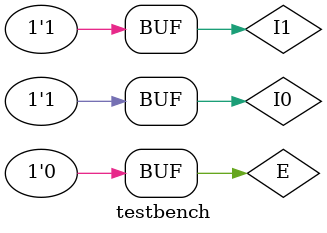
<source format=v>
`timescale 1ns / 1ps


module testbench();
  wire A0,A1,A2,A3;
  reg E,I0,I1;

decoder2to4 d(A0,A1,A2,A3,E,I0,I1);

initial 
begin
 E=0; I0=0; I1=0;
 #100;
 E=1; I0=1; I1=0;
 #100;
 E=1; I0=0; I1=1;
 #100;
 E=0; I0=1; I1=1;

end
endmodule
 

</source>
